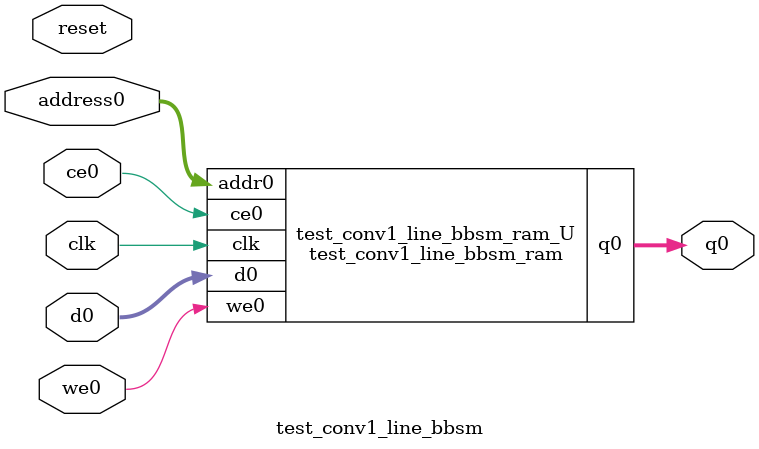
<source format=v>
`timescale 1 ns / 1 ps
module test_conv1_line_bbsm_ram (addr0, ce0, d0, we0, q0,  clk);

parameter DWIDTH = 8;
parameter AWIDTH = 10;
parameter MEM_SIZE = 966;

input[AWIDTH-1:0] addr0;
input ce0;
input[DWIDTH-1:0] d0;
input we0;
output reg[DWIDTH-1:0] q0;
input clk;

(* ram_style = "block" *)reg [DWIDTH-1:0] ram[0:MEM_SIZE-1];




always @(posedge clk)  
begin 
    if (ce0) begin
        if (we0) 
            ram[addr0] <= d0; 
        q0 <= ram[addr0];
    end
end


endmodule

`timescale 1 ns / 1 ps
module test_conv1_line_bbsm(
    reset,
    clk,
    address0,
    ce0,
    we0,
    d0,
    q0);

parameter DataWidth = 32'd8;
parameter AddressRange = 32'd966;
parameter AddressWidth = 32'd10;
input reset;
input clk;
input[AddressWidth - 1:0] address0;
input ce0;
input we0;
input[DataWidth - 1:0] d0;
output[DataWidth - 1:0] q0;



test_conv1_line_bbsm_ram test_conv1_line_bbsm_ram_U(
    .clk( clk ),
    .addr0( address0 ),
    .ce0( ce0 ),
    .we0( we0 ),
    .d0( d0 ),
    .q0( q0 ));

endmodule


</source>
